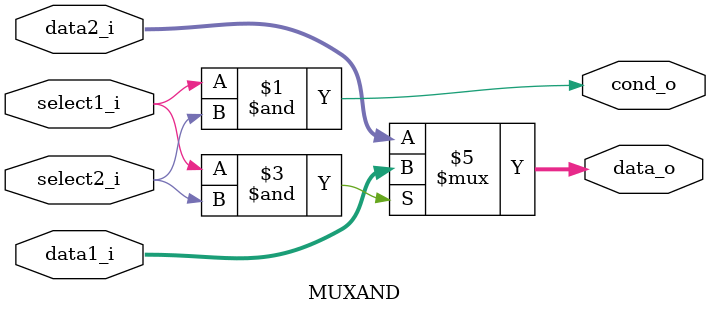
<source format=v>
module MUXAND(
    data1_i, //branch address
    data2_i, //normal address
    select1_i,//control branch
    select2_i,//equal of beq
    data_o,  //output address
    cond_o
);

input   [31:0]  data1_i, data2_i;
input           select1_i, select2_i;
output  [31:0]  data_o;
output          cond_o;

reg     [31:0]  data_o;

assign cond_o = select1_i & select2_i;

always@(data1_i or data2_i or select1_i or select2_i)
begin
    if(select1_i & select2_i)
        data_o = data1_i;
    else
        data_o = data2_i;
end

endmodule

</source>
